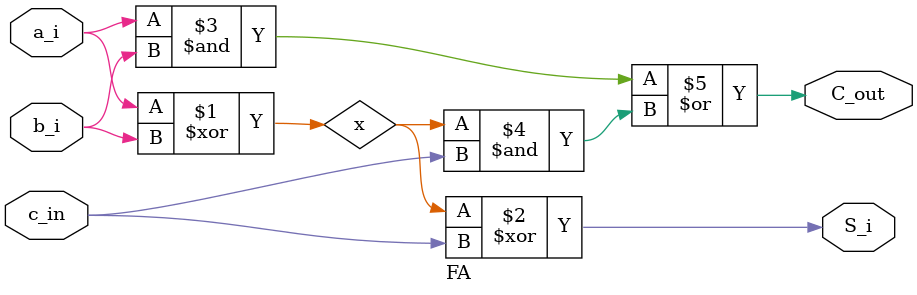
<source format=v>
`timescale 1ns / 1ps
module FA(
    input a_i,
    input b_i,
    input c_in,
    output S_i,
    output C_out
    );
    assign x = a_i^b_i;
	 assign S_i = (x)^c_in;
	 assign C_out = (a_i&b_i)|x&c_in;

endmodule

</source>
